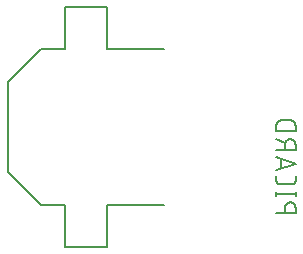
<source format=gbo>
G75*
%MOIN*%
%OFA0B0*%
%FSLAX25Y25*%
%IPPOS*%
%LPD*%
%AMOC8*
5,1,8,0,0,1.08239X$1,22.5*
%
%ADD10C,0.00600*%
%ADD11C,0.00800*%
D10*
X0101213Y0092586D02*
X0107613Y0092586D01*
X0107613Y0094364D01*
X0107614Y0094364D02*
X0107612Y0094447D01*
X0107606Y0094530D01*
X0107596Y0094613D01*
X0107583Y0094696D01*
X0107565Y0094777D01*
X0107544Y0094858D01*
X0107519Y0094937D01*
X0107490Y0095015D01*
X0107458Y0095092D01*
X0107422Y0095167D01*
X0107383Y0095241D01*
X0107340Y0095312D01*
X0107294Y0095382D01*
X0107244Y0095449D01*
X0107192Y0095514D01*
X0107137Y0095576D01*
X0107078Y0095636D01*
X0107017Y0095693D01*
X0106954Y0095747D01*
X0106888Y0095798D01*
X0106819Y0095845D01*
X0106749Y0095890D01*
X0106676Y0095931D01*
X0106602Y0095968D01*
X0106526Y0096003D01*
X0106448Y0096033D01*
X0106370Y0096060D01*
X0106289Y0096083D01*
X0106208Y0096103D01*
X0106126Y0096118D01*
X0106044Y0096130D01*
X0105961Y0096138D01*
X0105878Y0096142D01*
X0105794Y0096142D01*
X0105711Y0096138D01*
X0105628Y0096130D01*
X0105546Y0096118D01*
X0105464Y0096103D01*
X0105383Y0096083D01*
X0105302Y0096060D01*
X0105224Y0096033D01*
X0105146Y0096003D01*
X0105070Y0095968D01*
X0104996Y0095931D01*
X0104923Y0095890D01*
X0104853Y0095845D01*
X0104784Y0095798D01*
X0104718Y0095747D01*
X0104655Y0095693D01*
X0104594Y0095636D01*
X0104535Y0095576D01*
X0104480Y0095514D01*
X0104428Y0095449D01*
X0104378Y0095382D01*
X0104332Y0095312D01*
X0104289Y0095241D01*
X0104250Y0095167D01*
X0104214Y0095092D01*
X0104182Y0095015D01*
X0104153Y0094937D01*
X0104128Y0094858D01*
X0104107Y0094777D01*
X0104089Y0094696D01*
X0104076Y0094613D01*
X0104066Y0094530D01*
X0104060Y0094447D01*
X0104058Y0094364D01*
X0104058Y0092586D01*
X0101213Y0098288D02*
X0101213Y0099710D01*
X0101213Y0098999D02*
X0107613Y0098999D01*
X0107613Y0098288D02*
X0107613Y0099710D01*
X0106191Y0102129D02*
X0102636Y0102129D01*
X0102562Y0102131D01*
X0102487Y0102137D01*
X0102414Y0102147D01*
X0102340Y0102160D01*
X0102268Y0102177D01*
X0102197Y0102199D01*
X0102126Y0102223D01*
X0102058Y0102252D01*
X0101990Y0102284D01*
X0101925Y0102320D01*
X0101862Y0102358D01*
X0101800Y0102401D01*
X0101741Y0102446D01*
X0101684Y0102494D01*
X0101630Y0102545D01*
X0101579Y0102599D01*
X0101531Y0102656D01*
X0101486Y0102715D01*
X0101443Y0102777D01*
X0101405Y0102840D01*
X0101369Y0102905D01*
X0101337Y0102973D01*
X0101308Y0103041D01*
X0101284Y0103112D01*
X0101262Y0103183D01*
X0101245Y0103255D01*
X0101232Y0103329D01*
X0101222Y0103402D01*
X0101216Y0103477D01*
X0101214Y0103551D01*
X0101213Y0103551D02*
X0101213Y0104973D01*
X0101213Y0106917D02*
X0107613Y0109050D01*
X0101213Y0111184D01*
X0102813Y0110650D02*
X0102813Y0107450D01*
X0107613Y0103551D02*
X0107611Y0103477D01*
X0107605Y0103402D01*
X0107595Y0103329D01*
X0107582Y0103255D01*
X0107565Y0103183D01*
X0107543Y0103112D01*
X0107519Y0103041D01*
X0107490Y0102973D01*
X0107458Y0102905D01*
X0107422Y0102840D01*
X0107384Y0102777D01*
X0107341Y0102715D01*
X0107296Y0102656D01*
X0107248Y0102599D01*
X0107197Y0102545D01*
X0107142Y0102494D01*
X0107086Y0102446D01*
X0107027Y0102401D01*
X0106965Y0102358D01*
X0106902Y0102320D01*
X0106837Y0102284D01*
X0106769Y0102252D01*
X0106701Y0102223D01*
X0106630Y0102199D01*
X0106559Y0102177D01*
X0106487Y0102160D01*
X0106413Y0102147D01*
X0106340Y0102137D01*
X0106265Y0102131D01*
X0106191Y0102129D01*
X0107613Y0103551D02*
X0107613Y0104973D01*
X0107613Y0113668D02*
X0101213Y0113668D01*
X0104058Y0113668D02*
X0104058Y0115446D01*
X0104058Y0115801D02*
X0101213Y0117223D01*
X0101213Y0119991D02*
X0101213Y0121769D01*
X0101213Y0119991D02*
X0107613Y0119991D01*
X0107613Y0121769D01*
X0107614Y0121769D02*
X0107612Y0121851D01*
X0107606Y0121933D01*
X0107597Y0122015D01*
X0107584Y0122096D01*
X0107567Y0122176D01*
X0107546Y0122256D01*
X0107522Y0122334D01*
X0107494Y0122411D01*
X0107463Y0122487D01*
X0107428Y0122562D01*
X0107389Y0122634D01*
X0107348Y0122705D01*
X0107303Y0122774D01*
X0107255Y0122840D01*
X0107204Y0122905D01*
X0107150Y0122967D01*
X0107093Y0123026D01*
X0107034Y0123083D01*
X0106972Y0123137D01*
X0106907Y0123188D01*
X0106841Y0123236D01*
X0106772Y0123281D01*
X0106701Y0123322D01*
X0106629Y0123361D01*
X0106554Y0123396D01*
X0106478Y0123427D01*
X0106401Y0123455D01*
X0106323Y0123479D01*
X0106243Y0123500D01*
X0106163Y0123517D01*
X0106082Y0123530D01*
X0106000Y0123539D01*
X0105918Y0123545D01*
X0105836Y0123547D01*
X0105836Y0123546D02*
X0102991Y0123546D01*
X0102991Y0123547D02*
X0102909Y0123545D01*
X0102827Y0123539D01*
X0102745Y0123530D01*
X0102664Y0123517D01*
X0102584Y0123500D01*
X0102504Y0123479D01*
X0102426Y0123455D01*
X0102349Y0123427D01*
X0102273Y0123396D01*
X0102198Y0123361D01*
X0102126Y0123322D01*
X0102055Y0123281D01*
X0101986Y0123236D01*
X0101920Y0123188D01*
X0101855Y0123137D01*
X0101793Y0123083D01*
X0101734Y0123026D01*
X0101677Y0122967D01*
X0101623Y0122905D01*
X0101572Y0122840D01*
X0101524Y0122774D01*
X0101479Y0122705D01*
X0101438Y0122634D01*
X0101399Y0122562D01*
X0101364Y0122487D01*
X0101333Y0122411D01*
X0101305Y0122334D01*
X0101281Y0122256D01*
X0101260Y0122176D01*
X0101243Y0122096D01*
X0101230Y0122015D01*
X0101221Y0121933D01*
X0101215Y0121851D01*
X0101213Y0121769D01*
X0104058Y0115446D02*
X0104060Y0115529D01*
X0104066Y0115612D01*
X0104076Y0115695D01*
X0104089Y0115778D01*
X0104107Y0115859D01*
X0104128Y0115940D01*
X0104153Y0116019D01*
X0104182Y0116097D01*
X0104214Y0116174D01*
X0104250Y0116249D01*
X0104289Y0116323D01*
X0104332Y0116394D01*
X0104378Y0116464D01*
X0104428Y0116531D01*
X0104480Y0116596D01*
X0104535Y0116658D01*
X0104594Y0116718D01*
X0104655Y0116775D01*
X0104718Y0116829D01*
X0104784Y0116880D01*
X0104853Y0116927D01*
X0104923Y0116972D01*
X0104996Y0117013D01*
X0105070Y0117050D01*
X0105146Y0117085D01*
X0105224Y0117115D01*
X0105302Y0117142D01*
X0105383Y0117165D01*
X0105464Y0117185D01*
X0105546Y0117200D01*
X0105628Y0117212D01*
X0105711Y0117220D01*
X0105794Y0117224D01*
X0105878Y0117224D01*
X0105961Y0117220D01*
X0106044Y0117212D01*
X0106126Y0117200D01*
X0106208Y0117185D01*
X0106289Y0117165D01*
X0106370Y0117142D01*
X0106448Y0117115D01*
X0106526Y0117085D01*
X0106602Y0117050D01*
X0106676Y0117013D01*
X0106749Y0116972D01*
X0106819Y0116927D01*
X0106888Y0116880D01*
X0106954Y0116829D01*
X0107017Y0116775D01*
X0107078Y0116718D01*
X0107137Y0116658D01*
X0107192Y0116596D01*
X0107244Y0116531D01*
X0107294Y0116464D01*
X0107340Y0116394D01*
X0107383Y0116323D01*
X0107422Y0116249D01*
X0107458Y0116174D01*
X0107490Y0116097D01*
X0107519Y0116019D01*
X0107544Y0115940D01*
X0107565Y0115859D01*
X0107583Y0115778D01*
X0107596Y0115695D01*
X0107606Y0115612D01*
X0107612Y0115529D01*
X0107614Y0115446D01*
X0107613Y0115446D02*
X0107613Y0113668D01*
D11*
X0044913Y0081346D02*
X0030913Y0081346D01*
X0030913Y0095346D01*
X0022913Y0095346D01*
X0011913Y0106346D01*
X0011913Y0136346D01*
X0022913Y0147346D01*
X0030913Y0147346D01*
X0030913Y0161346D01*
X0044913Y0161346D01*
X0044913Y0147346D01*
X0063913Y0147346D01*
X0063913Y0095346D02*
X0044913Y0095346D01*
X0044913Y0081346D01*
M02*

</source>
